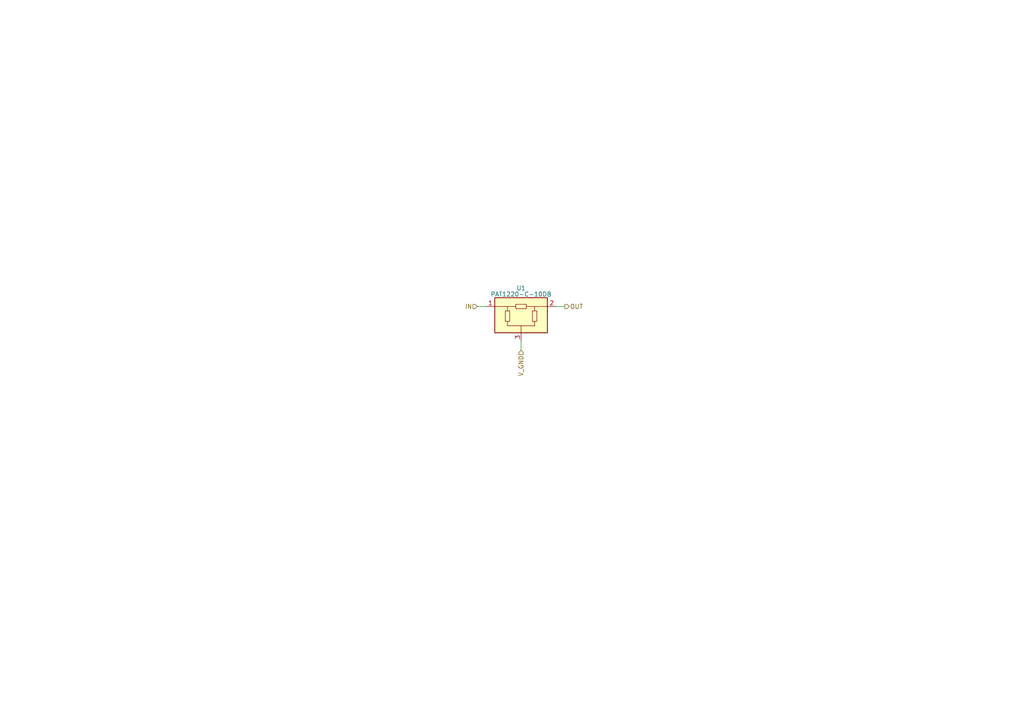
<source format=kicad_sch>
(kicad_sch (version 20231120) (generator "eeschema") (generator_version "8.0")
  (paper "A4")
  (lib_symbols
    (symbol "RF:PAT1220-C-10DB"
      (property "Reference" "U" (at -6.35 6.35 0))
      (property "Value" "PAT1220-C-10DB" (at 5.08 6.35 0))
      (symbol "PAT1220-C-10DB_0_1"
        (rectangle (start -7.62 5.08) (end 7.62 -5.08) (stroke (width 0.254)) (fill (type background)))
        (polyline (pts (xy -3.937 -3.048) (xy 3.937 -3.048)))
        (polyline (pts (xy -3.937 1.27) (xy -3.937 2.54)))
        (polyline (pts (xy -1.524 2.54) (xy -7.62 2.54)))
        (polyline (pts (xy 0 -5.08) (xy 0 -3.048)))
        (polyline (pts (xy 3.937 1.27) (xy 3.937 2.54)))
        (pin passive line (at 0 -7.62 90) (length 2.54) (name "~") (number "3"))
      )
      (symbol "PAT1220-C-10DB_1_1"
        (rectangle (start -4.572 -1.778) (end -3.302 1.27))
        (rectangle (start -1.524 3.175) (end 1.524 1.905))
        (polyline (pts (xy -3.937 -3.048) (xy -3.937 -1.778)))
        (polyline (pts (xy 3.937 -3.048) (xy 3.937 -1.778)))
        (polyline (pts (xy 7.62 2.54) (xy 1.524 2.54)))
        (rectangle (start 3.302 -1.778) (end 4.572 1.27))
        (pin passive line (at -10.16 2.54 0) (length 2.54) (name "~") (number "1"))
        (pin passive line (at 10.16 2.54 180) (length 2.54) (name "~") (number "2"))
      )
    )
  )
  (wire (pts (xy 163.83 88.9) (xy 161.29 88.9)))
  (wire (pts (xy 138.43 88.9) (xy 140.97 88.9)))
  (wire (pts (xy 151.13 101.6) (xy 151.13 99.06)))
  (hierarchical_label "IN" (shape input) (at 138.43 88.9 180))
  (hierarchical_label "V_GND" (shape input) (at 151.13 101.6 270))
  (hierarchical_label "OUT" (shape output) (at 163.83 88.9 0))
  (symbol (lib_id "RF:PAT1220-C-10DB") (at 151.13 91.44 0) (unit 1)
    (property "Reference" "U1" (at 151.13 83.566 0))
    (property "Value" "PAT1220-C-10DB" (at 151.13 85.344 0))
    (property "Footprint" "RF_Converter:RF_Attenuator_Susumu_PAT1220" (effects (hide yes)))
    (property "Datasheet" "https://www.susumu.co.jp/common/pdf/n_catalog_partition16_en.pdf" (effects (hide yes)))
    (property "Description" "10GHz RF Attenuator, 50ohm Matched Impedance, 10dB Attenuation, PAT1220" (effects (hide yes)))
    (instances (project "communication" (path "" (reference "U1") (unit 1)) (path "" (reference "U3") (unit 1)) (path "" (reference "U14") (unit 1)) (path "" (reference "U10") (unit 1))))
  )
)
</source>
